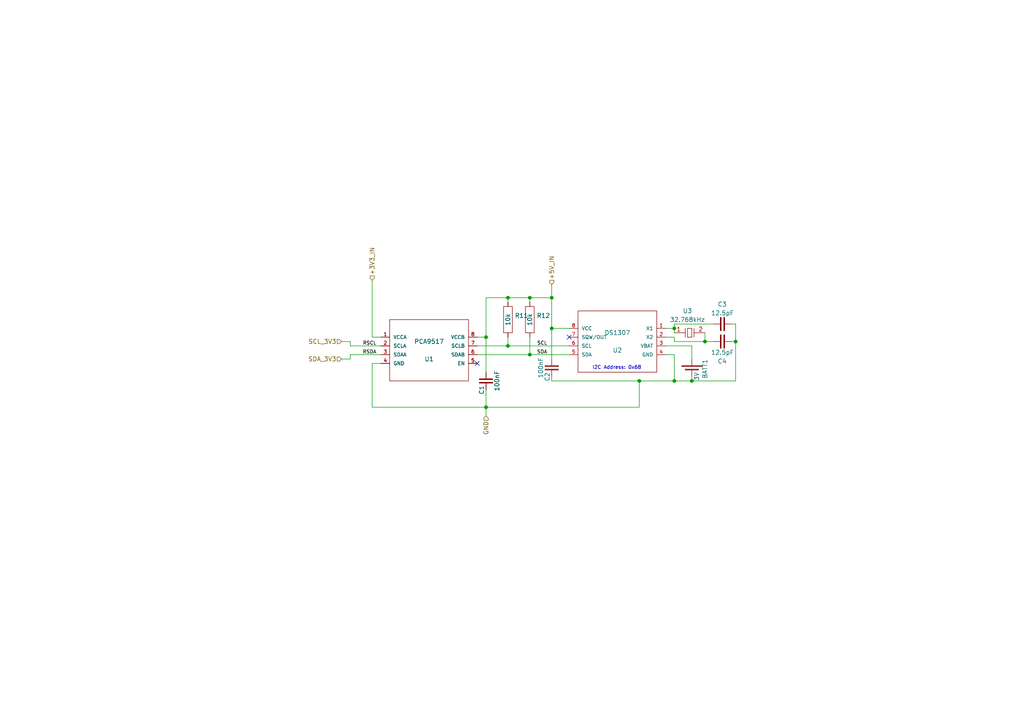
<source format=kicad_sch>
(kicad_sch (version 20211123) (generator eeschema)
  (paper "A4")
  (title_block (title "RTC") (date "2016-11-28") (rev "B") (company "KoeWiBa") (comment 1 "Baseboard for Raspberry PI 2"))
  (lib_symbols
    (symbol "ics_peripheral:DS1307" (pin_names (offset 1.016))
      (property "Reference" "U" (at 0 -2.54 0))
      (property "Value" "DS1307" (at 0 2.54 0))
      (symbol "DS1307_1_0"
        (rectangle (start -11.43 -8.89) (end 11.43 8.89))
      )
      (symbol "DS1307_1_1"
        (pin passive line (at -13.97 3.81 0) (length 2.54) (name "X1") (number "1"))
        (pin passive line (at -13.97 1.27 0) (length 2.54) (name "X2") (number "2"))
        (pin power_in line (at -13.97 -1.27 0) (length 2.54) (name "VBAT") (number "3"))
        (pin power_in line (at -13.97 -3.81 0) (length 2.54) (name "GND") (number "4"))
        (pin bidirectional line (at 13.97 -3.81 180) (length 2.54) (name "SDA") (number "5"))
        (pin bidirectional line (at 13.97 -1.27 180) (length 2.54) (name "SCL") (number "6"))
        (pin output line (at 13.97 1.27 180) (length 2.54) (name "SQW/OUT") (number "7"))
        (pin power_in line (at 13.97 3.81 180) (length 2.54) (name "VCC") (number "8"))
      )
    )
    (symbol "ics_peripheral:PCA9517" (pin_names (offset 1.016))
      (property "Reference" "U" (at 0 -2.54 0))
      (property "Value" "PCA9517" (at 0 2.54 0))
      (symbol "PCA9517_1_0"
        (rectangle (start -11.43 -8.89) (end 11.43 8.89))
      )
      (symbol "PCA9517_1_1"
        (pin power_in line (at -13.97 3.81 0) (length 2.54) (name "VCCA") (number "1"))
        (pin bidirectional line (at -13.97 1.27 0) (length 2.54) (name "SCLA") (number "2"))
        (pin bidirectional line (at -13.97 -1.27 0) (length 2.54) (name "SDAA") (number "3"))
        (pin power_in line (at -13.97 -3.81 0) (length 2.54) (name "GND") (number "4"))
        (pin input line (at 13.97 -3.81 180) (length 2.54) (name "EN") (number "5"))
        (pin bidirectional line (at 13.97 -1.27 180) (length 2.54) (name "SDAB") (number "6"))
        (pin bidirectional line (at 13.97 1.27 180) (length 2.54) (name "SCLB") (number "7"))
        (pin power_in line (at 13.97 3.81 180) (length 2.54) (name "VCCB") (number "8"))
      )
    )
    (symbol "standard:BATT" (pin_numbers hide) (pin_names (offset 1.016) hide)
      (property "Reference" "BATT" (at 1.27 1.27 0))
      (property "Value" "BATT" (at 1.27 -1.397 0))
      (symbol "BATT_0_1"
        (polyline (pts (xy -0.508 -2.794) (xy -0.508 2.921) (xy -0.508 1.905)))
        (polyline (pts (xy -0.381 -2.921) (xy -0.635 -2.921) (xy -0.635 -1.905)))
        (polyline (pts (xy -0.381 2.921) (xy -0.635 2.921) (xy -0.635 1.905)))
        (polyline (pts (xy -0.381 2.921) (xy -0.381 -2.921) (xy -0.381 -1.905)))
        (polyline (pts (xy 0.381 1.905) (xy 0.381 -1.905) (xy 0.381 -1.905)))
        (polyline (pts (xy 0.508 -1.905) (xy 0.508 1.905) (xy 0.508 1.905)))
        (polyline (pts (xy 0.635 -1.905) (xy 0.381 -1.905) (xy 0.381 -1.905)))
        (polyline (pts (xy 0.635 -1.905) (xy 0.635 1.905) (xy 0.635 1.905)))
        (polyline (pts (xy 0.635 1.905) (xy 0.381 1.905) (xy 0.381 1.905)))
        (polyline (pts (xy -0.635 1.905) (xy -0.635 -1.905) (xy -0.635 -1.905) (xy -0.635 -1.905)))
      )
      (symbol "BATT_1_1"
        (pin input line (at -2.54 0 0) (length 1.905) (name "+") (number "1"))
        (pin input line (at 2.54 0 180) (length 1.905) (name "-") (number "2"))
      )
    )
    (symbol "standard:C" (pin_numbers hide) (pin_names (offset 1.016) hide)
      (property "Reference" "C" (at 1.27 1.27 0))
      (property "Value" "C" (at 0 -3.175 0))
      (symbol "C_0_1"
        (polyline (pts (xy -0.508 -1.905) (xy -0.508 1.905) (xy -0.508 1.905)))
        (polyline (pts (xy -0.381 -1.905) (xy -0.635 -1.905) (xy -0.635 -1.905)))
        (polyline (pts (xy -0.381 1.905) (xy -0.635 1.905) (xy -0.635 1.905)))
        (polyline (pts (xy -0.381 1.905) (xy -0.381 -1.905) (xy -0.381 -1.905)))
        (polyline (pts (xy 0.381 1.905) (xy 0.381 -1.905) (xy 0.381 -1.905)))
        (polyline (pts (xy 0.508 -1.905) (xy 0.508 1.905) (xy 0.508 1.905)))
        (polyline (pts (xy 0.635 -1.905) (xy 0.381 -1.905) (xy 0.381 -1.905)))
        (polyline (pts (xy 0.635 -1.905) (xy 0.635 1.905) (xy 0.635 1.905)))
        (polyline (pts (xy 0.635 1.905) (xy 0.381 1.905) (xy 0.381 1.905)))
        (polyline (pts (xy -0.635 1.905) (xy -0.635 -1.905) (xy -0.635 -1.905) (xy -0.635 -1.905)))
      )
      (symbol "C_1_1"
        (pin input line (at -2.54 0 0) (length 1.905) (name "1") (number "1"))
        (pin input line (at 2.54 0 180) (length 1.905) (name "2") (number "2"))
      )
    )
    (symbol "standard:CRYSTAL" (pin_names (offset 1.016))
      (property "Reference" "U" (at 4.445 2.54 0))
      (property "Value" "CRYSTAL" (at 4.445 -2.54 0))
      (symbol "CRYSTAL_0_1"
        (polyline (pts (xy 2.54 0) (xy 3.175 0) (xy 3.175 0)))
        (polyline (pts (xy 3.175 1.27) (xy 3.175 -1.27) (xy 3.175 -1.27)))
        (polyline (pts (xy 5.715 1.27) (xy 5.715 -1.27) (xy 5.715 -1.27)))
        (polyline (pts (xy 6.35 0) (xy 5.715 0) (xy 5.715 0)))
        (rectangle (start 3.81 1.27) (end 5.08 -1.27))
      )
      (symbol "CRYSTAL_1_1"
        (pin output line (at 0 0 0) (length 2.54) (name "~") (number "1"))
        (pin output line (at 8.89 0 180) (length 2.54) (name "~") (number "2"))
      )
    )
    (symbol "standard:R" (pin_numbers hide) (pin_names (offset 1.016) hide)
      (property "Reference" "R" (at 0 -2.54 0))
      (property "Value" "R" (at 0 0 0))
      (symbol "R_0_1"
        (rectangle (start -3.81 1.27) (end 3.81 -1.27))
      )
      (symbol "R_1_1"
        (pin passive line (at -5.08 0 0) (length 1.27) (name "1") (number "1"))
        (pin passive line (at 5.08 0 180) (length 1.27) (name "2") (number "2"))
      )
    )
  )
  (junction (at 200.66 110.49))
  (junction (at 195.58 95.25))
  (junction (at 140.97 97.79))
  (junction (at 185.42 110.49))
  (junction (at 195.58 110.49))
  (junction (at 153.67 102.87))
  (junction (at 160.02 95.25))
  (junction (at 147.32 100.33))
  (junction (at 204.47 99.06))
  (junction (at 213.36 99.06))
  (junction (at 140.97 118.11))
  (junction (at 160.02 86.36))
  (junction (at 153.67 86.36))
  (junction (at 147.32 86.36))
  (no_connect (at 165.1 97.79))
  (no_connect (at 138.43 105.41))
  (wire (pts (xy 160.02 86.36) (xy 160.02 95.25)))
  (wire (pts (xy 185.42 110.49) (xy 185.42 118.11)))
  (wire (pts (xy 193.04 97.79) (xy 195.58 97.79)))
  (wire (pts (xy 195.58 102.87) (xy 193.04 102.87)))
  (wire (pts (xy 101.6 100.33) (xy 110.49 100.33)))
  (wire (pts (xy 195.58 95.25) (xy 193.04 95.25)))
  (wire (pts (xy 140.97 113.03) (xy 140.97 118.11)))
  (wire (pts (xy 212.09 99.06) (xy 213.36 99.06)))
  (wire (pts (xy 195.58 110.49) (xy 185.42 110.49)))
  (wire (pts (xy 195.58 93.98) (xy 195.58 95.25)))
  (wire (pts (xy 204.47 96.52) (xy 204.47 99.06)))
  (wire (pts (xy 153.67 86.36) (xy 160.02 86.36)))
  (wire (pts (xy 138.43 102.87) (xy 153.67 102.87)))
  (wire (pts (xy 107.95 118.11) (xy 140.97 118.11)))
  (wire (pts (xy 147.32 87.63) (xy 147.32 86.36)))
  (wire (pts (xy 107.95 97.79) (xy 107.95 81.28)))
  (wire (pts (xy 101.6 99.06) (xy 99.06 99.06)))
  (wire (pts (xy 213.36 93.98) (xy 213.36 99.06)))
  (wire (pts (xy 107.95 97.79) (xy 110.49 97.79)))
  (wire (pts (xy 101.6 102.87) (xy 101.6 104.14)))
  (wire (pts (xy 200.66 110.49) (xy 195.58 110.49)))
  (wire (pts (xy 140.97 97.79) (xy 140.97 107.95)))
  (wire (pts (xy 140.97 118.11) (xy 140.97 120.65)))
  (wire (pts (xy 147.32 86.36) (xy 153.67 86.36)))
  (wire (pts (xy 101.6 100.33) (xy 101.6 99.06)))
  (wire (pts (xy 138.43 97.79) (xy 140.97 97.79)))
  (wire (pts (xy 153.67 87.63) (xy 153.67 86.36)))
  (wire (pts (xy 147.32 100.33) (xy 165.1 100.33)))
  (wire (pts (xy 140.97 86.36) (xy 140.97 97.79)))
  (wire (pts (xy 107.95 105.41) (xy 107.95 118.11)))
  (wire (pts (xy 110.49 105.41) (xy 107.95 105.41)))
  (wire (pts (xy 213.36 99.06) (xy 213.36 110.49)))
  (wire (pts (xy 195.58 110.49) (xy 195.58 102.87)))
  (wire (pts (xy 160.02 95.25) (xy 165.1 95.25)))
  (wire (pts (xy 195.58 97.79) (xy 195.58 99.06)))
  (wire (pts (xy 153.67 97.79) (xy 153.67 102.87)))
  (wire (pts (xy 213.36 110.49) (xy 200.66 110.49)))
  (wire (pts (xy 138.43 100.33) (xy 147.32 100.33)))
  (wire (pts (xy 101.6 102.87) (xy 110.49 102.87)))
  (wire (pts (xy 204.47 99.06) (xy 207.01 99.06)))
  (wire (pts (xy 101.6 104.14) (xy 99.06 104.14)))
  (wire (pts (xy 140.97 86.36) (xy 147.32 86.36)))
  (wire (pts (xy 195.58 95.25) (xy 195.58 96.52)))
  (wire (pts (xy 153.67 102.87) (xy 165.1 102.87)))
  (wire (pts (xy 200.66 109.22) (xy 200.66 110.49)))
  (wire (pts (xy 200.66 100.33) (xy 193.04 100.33)))
  (wire (pts (xy 140.97 118.11) (xy 185.42 118.11)))
  (wire (pts (xy 160.02 82.55) (xy 160.02 86.36)))
  (wire (pts (xy 200.66 104.14) (xy 200.66 100.33)))
  (wire (pts (xy 160.02 95.25) (xy 160.02 104.14)))
  (wire (pts (xy 195.58 99.06) (xy 204.47 99.06)))
  (wire (pts (xy 147.32 97.79) (xy 147.32 100.33)))
  (wire (pts (xy 160.02 110.49) (xy 160.02 109.22)))
  (wire (pts (xy 212.09 93.98) (xy 213.36 93.98)))
  (wire (pts (xy 207.01 93.98) (xy 195.58 93.98)))
  (wire (pts (xy 185.42 110.49) (xy 160.02 110.49)))
  (text "I2C Address: 0x68" (at 186.055 107.315 180) (effects (font (size 1.016 1.016)) (justify right bottom)))
  (label "RSCL" (at 109.22 100.33 180) (effects (font (size 1.016 1.016))))
  (label "SDA" (at 158.75 102.87 180) (effects (font (size 1.016 1.016))))
  (label "RSDA" (at 109.22 102.87 180) (effects (font (size 1.016 1.016))))
  (label "SCL" (at 158.75 100.33 180) (effects (font (size 1.016 1.016))))
  (hierarchical_label "SCL_3V3" (shape input) (at 99.06 99.06 180))
  (hierarchical_label "+3V3_IN" (shape input) (at 107.95 81.28 90))
  (hierarchical_label "SDA_3V3" (shape input) (at 99.06 104.14 180))
  (hierarchical_label "+5V_IN" (shape input) (at 160.02 82.55 90))
  (hierarchical_label "GND" (shape input) (at 140.97 120.65 270))
  (symbol (lib_id "ics_peripheral:PCA9517") (at 124.46 101.6 0) (unit 1)
    (property "Reference" "U1" (at 124.46 104.14 0))
    (property "Value" "PCA9517" (at 124.46 99.06 0))
    (property "Footprint" "Housings_SOIC:SO8E" (effects hide))
    (property "Datasheet" "Level translating I2C Bus repeater" (effects hide))
  )
  (symbol (lib_id "ics_peripheral:DS1307") (at 179.07 99.06 0) (mirror y) (unit 1)
    (property "Reference" "U2" (at 179.07 101.6 0))
    (property "Value" "DS1307" (at 179.07 96.52 0))
    (property "Footprint" "Housings_SOIC:SO8E" (effects hide))
    (property "Datasheet" "64X8 I2C Real Time Clock" (effects hide))
  )
  (symbol (lib_id "standard:CRYSTAL") (at 195.58 96.52 0) (unit 1)
    (property "Reference" "U3" (at 199.39 90.17 0))
    (property "Value" "32.768kHz" (at 199.39 92.71 0))
    (property "Footprint" "Crystal:CRY_MS1V-7_SMD" (effects hide))
  )
  (symbol (lib_id "standard:C") (at 209.55 93.98 0) (mirror y) (unit 1)
    (property "Reference" "C3" (at 210.82 88.265 0) (effects (justify left)))
    (property "Value" "12.5pF" (at 209.55 90.805 0))
    (property "Footprint" "Capacitors_SMD:C_0805" (effects hide))
  )
  (symbol (lib_id "standard:C") (at 209.55 99.06 0) (mirror y) (unit 1)
    (property "Reference" "C4" (at 210.82 104.775 0) (effects (justify left)))
    (property "Value" "12.5pF" (at 209.55 102.235 0))
    (property "Footprint" "Capacitors_SMD:C_0805" (effects hide))
  )
  (symbol (lib_id "standard:C") (at 160.02 106.68 90) (mirror x) (unit 1)
    (property "Reference" "C2" (at 158.75 107.95 0) (effects (justify left)))
    (property "Value" "100nF" (at 156.845 106.68 0))
    (property "Footprint" "Capacitors_SMD:C_0805" (effects hide))
  )
  (symbol (lib_id "standard:BATT") (at 200.66 106.68 90) (mirror x) (unit 1)
    (property "Reference" "BATT1" (at 204.47 104.14 0) (effects (justify left)))
    (property "Value" "3V" (at 202.057 107.95 0) (effects (justify left)))
    (property "Footprint" "Electromechanical:CR2032H" (effects hide))
  )
  (symbol (lib_id "standard:C") (at 140.97 110.49 90) (mirror x) (unit 1)
    (property "Reference" "C1" (at 139.7 111.76 0) (effects (justify left)))
    (property "Value" "100nF" (at 144.145 110.49 0))
    (property "Footprint" "Capacitors_SMD:C_0805" (effects hide))
  )
  (symbol (lib_id "standard:R") (at 147.32 92.71 270) (unit 1)
    (property "Reference" "R11" (at 149.3012 91.5416 90) (effects (justify left)))
    (property "Value" "10k" (at 147.32 92.71 0))
    (property "Footprint" "Resistor:R_0805" (effects hide))
  )
  (symbol (lib_id "standard:R") (at 153.67 92.71 270) (unit 1)
    (property "Reference" "R12" (at 155.6512 91.5416 90) (effects (justify left)))
    (property "Value" "10k" (at 153.67 92.71 0))
    (property "Footprint" "Resistor:R_0805" (effects hide))
  )
)
</source>
